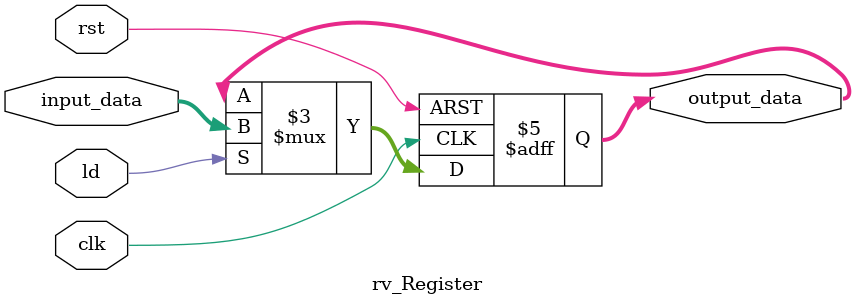
<source format=v>
`timescale 1ns/1ns
module rv_Register (
    clk,
    rst,
    ld,
    input_data,

    output_data,
);
    parameter size = 3;

    input clk, rst;
    input ld;
    input [size-1:0] input_data;

    output reg [size-1:0] output_data;

    always @(posedge clk, posedge rst) begin
        if(rst) begin
            output_data = {size{1'b0}};
        end

        else if (ld) begin
            output_data = input_data;
        end
        
    end

endmodule
</source>
